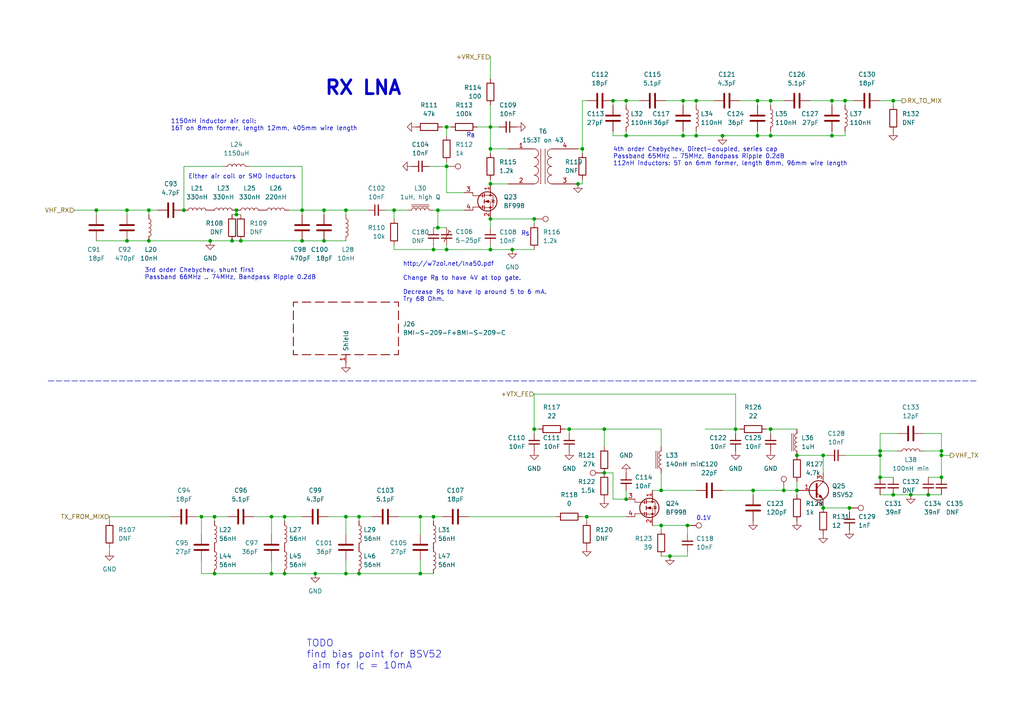
<source format=kicad_sch>
(kicad_sch (version 20211123) (generator eeschema)
  (paper "A4")
  (title_block (title "DART-70 TRX") (date "2023-02-02") (rev "0") (company "HB9EGM") (comment 1 "A 4m Band SSB/CW Transceiver") (comment 2 "VHF Frontend"))
  (junction (at 255.27 138.43))
  (junction (at 255.27 130.81))
  (junction (at 264.16 143.51))
  (junction (at 191.77 142.24))
  (junction (at 104.14 149.86))
  (junction (at 129.54 72.39))
  (junction (at 154.94 124.46))
  (junction (at 241.3 39.37))
  (junction (at 181.61 144.78))
  (junction (at 259.08 143.51))
  (junction (at 273.05 130.81))
  (junction (at 100.33 60.96))
  (junction (at 273.05 138.43))
  (junction (at 125.73 72.39))
  (junction (at 201.93 29.21))
  (junction (at 181.61 29.21))
  (junction (at 67.31 69.85))
  (junction (at 53.34 60.96))
  (junction (at 43.18 69.85))
  (junction (at 129.54 36.83))
  (junction (at 223.52 29.21))
  (junction (at 154.94 63.5))
  (junction (at 62.23 166.37))
  (junction (at 209.55 39.37))
  (junction (at 198.12 29.21))
  (junction (at 148.59 72.39))
  (junction (at 142.24 72.39))
  (junction (at 60.96 69.85))
  (junction (at 142.24 43.18))
  (junction (at 191.77 152.4))
  (junction (at 259.08 29.21))
  (junction (at 168.91 43.18))
  (junction (at 238.76 147.32))
  (junction (at 269.24 143.51))
  (junction (at 127 66.04))
  (junction (at 142.24 63.5))
  (junction (at 255.27 132.08))
  (junction (at 219.71 39.37))
  (junction (at 93.98 69.85))
  (junction (at 121.92 166.37))
  (junction (at 127 60.96))
  (junction (at 199.39 152.4))
  (junction (at 36.83 60.96))
  (junction (at 246.38 147.32))
  (junction (at 227.33 142.24))
  (junction (at 241.3 29.21))
  (junction (at 68.58 62.23))
  (junction (at 213.36 124.46))
  (junction (at 100.33 149.86))
  (junction (at 165.1 124.46))
  (junction (at 273.05 132.08))
  (junction (at 114.3 60.96))
  (junction (at 82.55 149.86))
  (junction (at 36.83 69.85))
  (junction (at 170.18 149.86))
  (junction (at 78.74 149.86))
  (junction (at 231.14 142.24))
  (junction (at 93.98 60.96))
  (junction (at 218.44 142.24))
  (junction (at 129.54 48.26))
  (junction (at 142.24 53.34))
  (junction (at 201.93 39.37))
  (junction (at 104.14 166.37))
  (junction (at 27.94 60.96))
  (junction (at 219.71 29.21))
  (junction (at 231.14 132.08))
  (junction (at 78.74 166.37))
  (junction (at 87.63 69.85))
  (junction (at 223.52 124.46))
  (junction (at 69.85 69.85))
  (junction (at 245.11 29.21))
  (junction (at 198.12 39.37))
  (junction (at 175.26 124.46))
  (junction (at 125.73 149.86))
  (junction (at 87.63 60.96))
  (junction (at 82.55 166.37))
  (junction (at 194.31 161.29))
  (junction (at 181.61 39.37))
  (junction (at 223.52 39.37))
  (junction (at 167.64 53.34))
  (junction (at 68.58 60.96))
  (junction (at 43.18 60.96))
  (junction (at 177.8 29.21))
  (junction (at 142.24 36.83))
  (junction (at 121.92 149.86))
  (junction (at 238.76 132.08))
  (junction (at 62.23 149.86))
  (junction (at 91.44 166.37))
  (junction (at 100.33 166.37))
  (junction (at 58.42 149.86))
  (junction (at 175.26 137.16))
  (wire (pts (xy 67.31 69.85) (xy 69.85 69.85)))
  (wire (pts (xy 181.61 29.21) (xy 181.61 30.48)))
  (wire (pts (xy 147.32 53.34) (xy 142.24 53.34)))
  (wire (pts (xy 219.71 39.37) (xy 219.71 38.1)))
  (wire (pts (xy 121.92 154.94) (xy 121.92 149.86)))
  (wire (pts (xy 93.98 60.96) (xy 93.98 62.23)))
  (wire (pts (xy 36.83 69.85) (xy 43.18 69.85)))
  (wire (pts (xy 213.36 125.73) (xy 213.36 124.46)))
  (wire (pts (xy 31.75 158.75) (xy 31.75 160.02)))
  (wire (pts (xy 154.94 125.73) (xy 154.94 124.46)))
  (wire (pts (xy 58.42 154.94) (xy 58.42 149.86)))
  (wire (pts (xy 273.05 138.43) (xy 269.24 138.43)))
  (wire (pts (xy 255.27 143.51) (xy 259.08 143.51)))
  (wire (pts (xy 238.76 132.08) (xy 240.03 132.08)))
  (wire (pts (xy 246.38 147.32) (xy 238.76 147.32)))
  (wire (pts (xy 82.55 151.13) (xy 82.55 149.86)))
  (wire (pts (xy 218.44 142.24) (xy 218.44 143.51)))
  (wire (pts (xy 255.27 130.81) (xy 255.27 132.08)))
  (wire (pts (xy 57.15 149.86) (xy 58.42 149.86)))
  (wire (pts (xy 31.75 149.86) (xy 49.53 149.86)))
  (wire (pts (xy 148.59 72.39) (xy 142.24 72.39)))
  (wire (pts (xy 223.52 39.37) (xy 241.3 39.37)))
  (wire (pts (xy 246.38 148.59) (xy 246.38 147.32)))
  (wire (pts (xy 177.8 137.16) (xy 177.8 144.78)))
  (wire (pts (xy 60.96 69.85) (xy 67.31 69.85)))
  (wire (pts (xy 27.94 60.96) (xy 36.83 60.96)))
  (wire (pts (xy 154.94 114.3) (xy 213.36 114.3)))
  (wire (pts (xy 125.73 60.96) (xy 127 60.96)))
  (wire (pts (xy 219.71 29.21) (xy 223.52 29.21)))
  (wire (pts (xy 87.63 69.85) (xy 93.98 69.85)))
  (wire (pts (xy 69.85 69.85) (xy 87.63 69.85)))
  (wire (pts (xy 142.24 53.34) (xy 142.24 52.07)))
  (wire (pts (xy 198.12 39.37) (xy 198.12 38.1)))
  (wire (pts (xy 273.05 132.08) (xy 273.05 138.43)))
  (wire (pts (xy 193.04 29.21) (xy 198.12 29.21)))
  (wire (pts (xy 191.77 152.4) (xy 189.23 152.4)))
  (wire (pts (xy 87.63 60.96) (xy 93.98 60.96)))
  (wire (pts (xy 241.3 39.37) (xy 241.3 38.1)))
  (polyline (pts (xy 13.97 110.49) (xy 283.21 110.49)))
  (wire (pts (xy 21.59 60.96) (xy 27.94 60.96)))
  (wire (pts (xy 31.75 151.13) (xy 31.75 149.86)))
  (wire (pts (xy 231.14 139.7) (xy 231.14 142.24)))
  (wire (pts (xy 43.18 69.85) (xy 60.96 69.85)))
  (wire (pts (xy 273.05 130.81) (xy 267.97 130.81)))
  (wire (pts (xy 142.24 63.5) (xy 142.24 66.04)))
  (wire (pts (xy 241.3 29.21) (xy 245.11 29.21)))
  (wire (pts (xy 177.8 144.78) (xy 181.61 144.78)))
  (wire (pts (xy 168.91 52.07) (xy 168.91 53.34)))
  (wire (pts (xy 72.39 48.26) (xy 87.63 48.26)))
  (wire (pts (xy 142.24 16.51) (xy 142.24 22.86)))
  (wire (pts (xy 175.26 124.46) (xy 191.77 124.46)))
  (wire (pts (xy 82.55 166.37) (xy 78.74 166.37)))
  (wire (pts (xy 181.61 29.21) (xy 185.42 29.21)))
  (wire (pts (xy 209.55 39.37) (xy 219.71 39.37)))
  (wire (pts (xy 121.92 162.56) (xy 121.92 166.37)))
  (wire (pts (xy 58.42 149.86) (xy 62.23 149.86)))
  (wire (pts (xy 93.98 69.85) (xy 100.33 69.85)))
  (wire (pts (xy 36.83 60.96) (xy 43.18 60.96)))
  (wire (pts (xy 128.27 36.83) (xy 129.54 36.83)))
  (wire (pts (xy 191.77 142.24) (xy 201.93 142.24)))
  (wire (pts (xy 73.66 149.86) (xy 78.74 149.86)))
  (wire (pts (xy 78.74 149.86) (xy 82.55 149.86)))
  (wire (pts (xy 121.92 149.86) (xy 125.73 149.86)))
  (wire (pts (xy 181.61 39.37) (xy 198.12 39.37)))
  (wire (pts (xy 273.05 130.81) (xy 273.05 132.08)))
  (wire (pts (xy 201.93 30.48) (xy 201.93 29.21)))
  (wire (pts (xy 199.39 160.02) (xy 199.39 161.29)))
  (wire (pts (xy 100.33 60.96) (xy 100.33 62.23)))
  (wire (pts (xy 199.39 161.29) (xy 194.31 161.29)))
  (wire (pts (xy 234.95 29.21) (xy 241.3 29.21)))
  (wire (pts (xy 170.18 29.21) (xy 168.91 29.21)))
  (wire (pts (xy 273.05 125.73) (xy 273.05 130.81)))
  (wire (pts (xy 114.3 72.39) (xy 125.73 72.39)))
  (wire (pts (xy 241.3 30.48) (xy 241.3 29.21)))
  (wire (pts (xy 213.36 124.46) (xy 214.63 124.46)))
  (wire (pts (xy 222.25 124.46) (xy 223.52 124.46)))
  (wire (pts (xy 78.74 162.56) (xy 78.74 166.37)))
  (wire (pts (xy 115.57 149.86) (xy 121.92 149.86)))
  (wire (pts (xy 241.3 39.37) (xy 245.11 39.37)))
  (wire (pts (xy 273.05 125.73) (xy 267.97 125.73)))
  (wire (pts (xy 142.24 72.39) (xy 142.24 71.12)))
  (wire (pts (xy 43.18 60.96) (xy 45.72 60.96)))
  (wire (pts (xy 142.24 36.83) (xy 142.24 30.48)))
  (wire (pts (xy 43.18 60.96) (xy 43.18 62.23)))
  (wire (pts (xy 168.91 53.34) (xy 167.64 53.34)))
  (wire (pts (xy 259.08 29.21) (xy 261.62 29.21)))
  (wire (pts (xy 142.24 44.45) (xy 142.24 43.18)))
  (wire (pts (xy 154.94 124.46) (xy 156.21 124.46)))
  (wire (pts (xy 191.77 161.29) (xy 194.31 161.29)))
  (wire (pts (xy 201.93 39.37) (xy 198.12 39.37)))
  (wire (pts (xy 100.33 154.94) (xy 100.33 149.86)))
  (wire (pts (xy 223.52 29.21) (xy 227.33 29.21)))
  (wire (pts (xy 198.12 30.48) (xy 198.12 29.21)))
  (wire (pts (xy 58.42 166.37) (xy 58.42 162.56)))
  (wire (pts (xy 135.89 149.86) (xy 161.29 149.86)))
  (wire (pts (xy 147.32 43.18) (xy 142.24 43.18)))
  (wire (pts (xy 125.73 72.39) (xy 129.54 72.39)))
  (wire (pts (xy 104.14 151.13) (xy 104.14 149.86)))
  (wire (pts (xy 125.73 66.04) (xy 127 66.04)))
  (wire (pts (xy 167.64 43.18) (xy 168.91 43.18)))
  (wire (pts (xy 68.58 60.96) (xy 68.58 62.23)))
  (wire (pts (xy 58.42 166.37) (xy 62.23 166.37)))
  (wire (pts (xy 165.1 125.73) (xy 165.1 124.46)))
  (wire (pts (xy 198.12 29.21) (xy 201.93 29.21)))
  (wire (pts (xy 213.36 114.3) (xy 213.36 124.46)))
  (wire (pts (xy 125.73 71.12) (xy 125.73 72.39)))
  (wire (pts (xy 154.94 72.39) (xy 148.59 72.39)))
  (wire (pts (xy 62.23 149.86) (xy 62.23 151.13)))
  (wire (pts (xy 129.54 36.83) (xy 129.54 39.37)))
  (wire (pts (xy 154.94 64.77) (xy 154.94 63.5)))
  (wire (pts (xy 255.27 130.81) (xy 260.35 130.81)))
  (wire (pts (xy 201.93 29.21) (xy 207.01 29.21)))
  (wire (pts (xy 125.73 151.13) (xy 125.73 149.86)))
  (wire (pts (xy 114.3 71.12) (xy 114.3 72.39)))
  (wire (pts (xy 177.8 39.37) (xy 181.61 39.37)))
  (wire (pts (xy 245.11 30.48) (xy 245.11 29.21)))
  (wire (pts (xy 168.91 44.45) (xy 168.91 43.18)))
  (wire (pts (xy 177.8 29.21) (xy 181.61 29.21)))
  (wire (pts (xy 259.08 30.48) (xy 259.08 29.21)))
  (wire (pts (xy 223.52 30.48) (xy 223.52 29.21)))
  (wire (pts (xy 104.14 166.37) (xy 121.92 166.37)))
  (wire (pts (xy 127 60.96) (xy 134.62 60.96)))
  (wire (pts (xy 223.52 125.73) (xy 223.52 124.46)))
  (wire (pts (xy 177.8 30.48) (xy 177.8 29.21)))
  (wire (pts (xy 127 66.04) (xy 127 60.96)))
  (wire (pts (xy 191.77 152.4) (xy 191.77 153.67)))
  (wire (pts (xy 201.93 39.37) (xy 209.55 39.37)))
  (wire (pts (xy 124.46 48.26) (xy 129.54 48.26)))
  (wire (pts (xy 100.33 60.96) (xy 106.68 60.96)))
  (wire (pts (xy 273.05 132.08) (xy 275.59 132.08)))
  (wire (pts (xy 245.11 29.21) (xy 247.65 29.21)))
  (wire (pts (xy 114.3 63.5) (xy 114.3 60.96)))
  (wire (pts (xy 62.23 149.86) (xy 66.04 149.86)))
  (wire (pts (xy 165.1 124.46) (xy 175.26 124.46)))
  (wire (pts (xy 91.44 166.37) (xy 100.33 166.37)))
  (wire (pts (xy 168.91 149.86) (xy 170.18 149.86)))
  (wire (pts (xy 129.54 46.99) (xy 129.54 48.26)))
  (wire (pts (xy 245.11 39.37) (xy 245.11 38.1)))
  (wire (pts (xy 121.92 166.37) (xy 125.73 166.37)))
  (wire (pts (xy 100.33 149.86) (xy 104.14 149.86)))
  (wire (pts (xy 130.81 36.83) (xy 129.54 36.83)))
  (wire (pts (xy 238.76 137.16) (xy 238.76 132.08)))
  (wire (pts (xy 95.25 149.86) (xy 100.33 149.86)))
  (wire (pts (xy 175.26 129.54) (xy 175.26 124.46)))
  (wire (pts (xy 201.93 39.37) (xy 201.93 38.1)))
  (wire (pts (xy 53.34 48.26) (xy 53.34 60.96)))
  (wire (pts (xy 255.27 125.73) (xy 255.27 130.81)))
  (wire (pts (xy 209.55 142.24) (xy 218.44 142.24)))
  (wire (pts (xy 219.71 30.48) (xy 219.71 29.21)))
  (wire (pts (xy 264.16 143.51) (xy 269.24 143.51)))
  (wire (pts (xy 191.77 129.54) (xy 191.77 124.46)))
  (wire (pts (xy 231.14 142.24) (xy 231.14 143.51)))
  (wire (pts (xy 104.14 149.86) (xy 107.95 149.86)))
  (wire (pts (xy 170.18 151.13) (xy 170.18 149.86)))
  (wire (pts (xy 27.94 69.85) (xy 36.83 69.85)))
  (wire (pts (xy 125.73 149.86) (xy 128.27 149.86)))
  (wire (pts (xy 82.55 149.86) (xy 87.63 149.86)))
  (wire (pts (xy 255.27 125.73) (xy 260.35 125.73)))
  (wire (pts (xy 64.77 48.26) (xy 53.34 48.26)))
  (wire (pts (xy 181.61 39.37) (xy 181.61 38.1)))
  (wire (pts (xy 227.33 142.24) (xy 231.14 142.24)))
  (wire (pts (xy 181.61 144.78) (xy 181.61 142.24)))
  (wire (pts (xy 154.94 63.5) (xy 142.24 63.5)))
  (wire (pts (xy 259.08 143.51) (xy 264.16 143.51)))
  (wire (pts (xy 87.63 48.26) (xy 87.63 60.96)))
  (wire (pts (xy 87.63 60.96) (xy 87.63 62.23)))
  (wire (pts (xy 214.63 29.21) (xy 219.71 29.21)))
  (wire (pts (xy 36.83 60.96) (xy 36.83 62.23)))
  (wire (pts (xy 223.52 39.37) (xy 223.52 38.1)))
  (wire (pts (xy 83.82 60.96) (xy 87.63 60.96)))
  (wire (pts (xy 245.11 132.08) (xy 255.27 132.08)))
  (wire (pts (xy 199.39 154.94) (xy 199.39 152.4)))
  (wire (pts (xy 255.27 138.43) (xy 259.08 138.43)))
  (wire (pts (xy 191.77 137.16) (xy 191.77 142.24)))
  (wire (pts (xy 189.23 142.24) (xy 191.77 142.24)))
  (wire (pts (xy 129.54 72.39) (xy 142.24 72.39)))
  (wire (pts (xy 218.44 142.24) (xy 227.33 142.24)))
  (wire (pts (xy 238.76 132.08) (xy 231.14 132.08)))
  (wire (pts (xy 78.74 154.94) (xy 78.74 149.86)))
  (wire (pts (xy 27.94 60.96) (xy 27.94 62.23)))
  (wire (pts (xy 255.27 29.21) (xy 259.08 29.21)))
  (wire (pts (xy 175.26 137.16) (xy 177.8 137.16)))
  (wire (pts (xy 142.24 36.83) (xy 144.78 36.83)))
  (wire (pts (xy 138.43 36.83) (xy 142.24 36.83)))
  (wire (pts (xy 204.47 124.46) (xy 213.36 124.46)))
  (wire (pts (xy 68.58 62.23) (xy 69.85 62.23)))
  (wire (pts (xy 168.91 29.21) (xy 168.91 43.18)))
  (wire (pts (xy 177.8 39.37) (xy 177.8 38.1)))
  (wire (pts (xy 129.54 55.88) (xy 134.62 55.88)))
  (wire (pts (xy 163.83 124.46) (xy 165.1 124.46)))
  (wire (pts (xy 111.76 60.96) (xy 114.3 60.96)))
  (wire (pts (xy 129.54 48.26) (xy 129.54 55.88)))
  (wire (pts (xy 129.54 66.04) (xy 127 66.04)))
  (wire (pts (xy 219.71 39.37) (xy 223.52 39.37)))
  (wire (pts (xy 170.18 149.86) (xy 181.61 149.86)))
  (wire (pts (xy 129.54 71.12) (xy 129.54 72.39)))
  (wire (pts (xy 100.33 166.37) (xy 104.14 166.37)))
  (wire (pts (xy 62.23 166.37) (xy 78.74 166.37)))
  (wire (pts (xy 114.3 60.96) (xy 118.11 60.96)))
  (wire (pts (xy 223.52 124.46) (xy 231.14 124.46)))
  (wire (pts (xy 142.24 43.18) (xy 142.24 36.83)))
  (wire (pts (xy 199.39 152.4) (xy 191.77 152.4)))
  (wire (pts (xy 269.24 143.51) (xy 273.05 143.51)))
  (wire (pts (xy 100.33 162.56) (xy 100.33 166.37)))
  (wire (pts (xy 255.27 132.08) (xy 255.27 138.43)))
  (wire (pts (xy 154.94 114.3) (xy 154.94 124.46)))
  (wire (pts (xy 67.31 62.23) (xy 68.58 62.23)))
  (wire (pts (xy 82.55 166.37) (xy 91.44 166.37)))
  (wire (pts (xy 93.98 60.96) (xy 100.33 60.96)))
  (text "R_{B}" (at 135.255 40.005 0) (effects (font (size 1.27 1.27)) (justify left bottom)))
  (text "R_{S}" (at 151.13 68.58 0) (effects (font (size 1.27 1.27)) (justify left bottom)))
  (text "RX LNA" (at 93.98 27.94 0) (effects (font (size 4 4) (thickness 0.8) bold) (justify left bottom)))
  (text "Either air coil or SMD inductors" (at 54.61 52.07 0) (effects (font (size 1.27 1.27)) (justify left bottom)))
  (text "TODO\nfind bias point for BSV52\n aim for I_{C} = 10mA" (at 88.9 194.31 0) (effects (font (size 2 2)) (justify left bottom)))
  (text "http://w7zoi.net/lna50.pdf\n\nChange R_{B} to have 4V at top gate.\n\nDecrease R_{S} to have I_{D} around 5 to 6 mA.\nTry 68 Ohm." (at 116.84 87.63 0) (effects (font (size 1.27 1.27)) (justify left bottom)))
  (text "4th order Chebychev, Direct-coupled, series cap\nPassband 65MHz .. 75MHz, Bandpass Ripple 0.2dB\n112nH inductors: 5T on 6mm former, length 8mm, 96mm wire length" (at 177.8 48.26 0) (effects (font (size 1.27 1.27)) (justify left bottom)))
  (text "1150nH inductor air coil:\n16T on 8mm former, length 12mm, 405mm wire length" (at 49.53 38.1 0) (effects (font (size 1.27 1.27)) (justify left bottom)))
  (text "0.1V" (at 201.93 151.13 0) (effects (font (size 1.27 1.27)) (justify left bottom)))
  (text "3rd order Chebychev, shunt first\nPassband 66MHz .. 74MHz, Bandpass Ripple 0.2dB" (at 41.91 81.28 0) (effects (font (size 1.27 1.27)) (justify left bottom)))
  (hierarchical_label "+VTX_FE" (shape input) (at 154.94 114.3 180))
  (hierarchical_label "+VRX_FE" (shape input) (at 142.24 16.51 180))
  (hierarchical_label "VHF_RX" (shape input) (at 21.59 60.96 180))
  (hierarchical_label "VHF_TX" (shape output) (at 275.59 132.08 0))
  (hierarchical_label "TX_FROM_MIX" (shape input) (at 31.75 149.86 180))
  (hierarchical_label "RX_TO_MIX" (shape output) (at 261.62 29.21 0))
  (symbol (lib_id "Device:C_Small") (at 121.92 48.26 90) (unit 1)
    (property "Reference" "C104" (at 121.9263 41.91 90))
    (property "Value" "10nF" (at 121.9263 44.45 90))
    (property "Footprint" "Capacitor_SMD:C_0805_2012Metric_Pad1.18x1.45mm_HandSolder" (effects hide))
    (property "MPN" "VJ0805A103KXJTBC" (effects hide))
    (property "Need_order" "0" (effects hide))
  )
  (symbol (lib_id "Device:R") (at 231.14 135.89 0) (mirror y) (unit 1)
    (property "Reference" "R127" (at 233.68 134.6199 0) (effects (justify right)))
    (property "Value" "4.7k" (at 233.68 137.1599 0) (effects (justify right)))
    (property "Footprint" "Resistor_SMD:R_0603_1608Metric_Pad0.98x0.95mm_HandSolder" (effects hide))
    (property "Need_order" "0" (effects hide))
  )
  (symbol (lib_id "Device:C_Small") (at 223.52 128.27 0) (mirror x) (unit 1)
    (property "Reference" "C125" (at 220.98 126.9935 0) (effects (justify right)))
    (property "Value" "10nF" (at 220.98 129.5335 0) (effects (justify right)))
    (property "Footprint" "Capacitor_SMD:C_0805_2012Metric_Pad1.18x1.45mm_HandSolder" (effects hide))
    (property "MPN" "VJ0805A103KXJTBC" (effects hide))
    (property "Need_order" "0" (effects hide))
  )
  (symbol (lib_id "Device:C_Small") (at 269.24 140.97 0) (mirror y) (unit 1)
    (property "Reference" "C134" (at 267.97 146.05 0) (effects (justify right)))
    (property "Value" "39nF" (at 267.97 148.59 0) (effects (justify right)))
    (property "Footprint" "Capacitor_SMD:C_0805_2012Metric_Pad1.18x1.45mm_HandSolder" (effects hide))
    (property "Need_order" "0" (effects hide))
  )
  (symbol (lib_id "Device:C") (at 173.99 29.21 90) (unit 1)
    (property "Reference" "C112" (at 173.99 21.59 90))
    (property "Value" "18pF" (at 173.99 24.13 90))
    (property "Footprint" "Capacitor_SMD:C_0603_1608Metric_Pad1.08x0.95mm_HandSolder" (effects hide))
    (property "Datasheet" "/home/bram/Sync/Doc/Datasheet/CBR KEMET capacitors.pdf" (effects hide))
    (property "MPN" "CBR" (effects hide))
    (property "Need_order" "0" (effects hide))
  )
  (symbol (lib_id "Connector:TestPoint") (at 199.39 152.4 270) (unit 1)
    (property "Reference" "TP8" (effects hide))
    (property "Value" "VG" (effects hide))
    (property "Footprint" "TestPoint:TestPoint_Pad_D2.0mm" (effects hide))
  )
  (symbol (lib_id "Device:C") (at 100.33 158.75 180) (unit 1)
    (property "Reference" "C101" (at 96.52 157.4799 0) (effects (justify left)))
    (property "Value" "36pF" (at 96.52 160.0199 0) (effects (justify left)))
    (property "Footprint" "Capacitor_SMD:C_0603_1608Metric_Pad1.08x0.95mm_HandSolder" (effects hide))
    (property "Datasheet" "/home/bram/Sync/Doc/Datasheet/CBR KEMET capacitors.pdf" (effects hide))
    (property "MPN" "CBR" (effects hide))
    (property "Need_order" "0" (effects hide))
  )
  (symbol (lib_id "Device:C") (at 205.74 142.24 90) (unit 1)
    (property "Reference" "C120" (at 205.74 134.62 90))
    (property "Value" "22pF" (at 205.74 137.16 90))
    (property "Footprint" "Capacitor_SMD:C_0603_1608Metric_Pad1.08x0.95mm_HandSolder" (effects hide))
    (property "Datasheet" "/home/bram/Sync/Doc/Datasheet/CBR KEMET capacitors.pdf" (effects hide))
    (property "MPN" "CBR" (effects hide))
    (property "Need_order" "0" (effects hide))
  )
  (symbol (lib_id "Device:R") (at 67.31 66.04 0) (unit 1)
    (property "Reference" "R108" (at 64.77 64.7699 0) (effects (justify right)))
    (property "Value" "DNF" (at 64.77 67.3099 0) (effects (justify right)))
    (property "Footprint" "Resistor_SMD:R_0805_2012Metric_Pad1.20x1.40mm_HandSolder" (effects hide))
    (property "Need_order" "0" (effects hide))
  )
  (symbol (lib_id "power:GND") (at 154.94 130.81 0) (mirror y) (unit 1)
    (property "Reference" "#PWR0164" (effects hide))
    (property "Value" "GND" (at 154.94 135.89 0))
  )
  (symbol (lib_id "Device:C") (at 241.3 34.29 180) (unit 1)
    (property "Reference" "C127" (at 237.49 33.0199 0) (effects (justify left)))
    (property "Value" "27pF" (at 237.49 35.5599 0) (effects (justify left)))
    (property "Footprint" "Capacitor_SMD:C_0603_1608Metric_Pad1.08x0.95mm_HandSolder" (effects hide))
    (property "Datasheet" "/home/bram/Sync/Doc/Datasheet/CBR KEMET capacitors.pdf" (effects hide))
    (property "MPN" "CBR" (effects hide))
    (property "Need_order" "0" (effects hide))
  )
  (symbol (lib_id "power:GND") (at 238.76 154.94 0) (unit 1)
    (property "Reference" "#PWR0177" (effects hide))
    (property "Value" "GND" (effects hide))
  )
  (symbol (lib_id "Device:R") (at 175.26 133.35 0) (mirror x) (unit 1)
    (property "Reference" "R121" (at 172.72 132.0799 0) (effects (justify right)))
    (property "Value" "27k" (at 172.72 134.6199 0) (effects (justify right)))
    (property "Footprint" "Resistor_SMD:R_0603_1608Metric_Pad0.98x0.95mm_HandSolder" (effects hide))
    (property "Need_order" "0" (effects hide))
  )
  (symbol (lib_id "Device:R") (at 129.54 43.18 0) (unit 1)
    (property "Reference" "R112" (at 132.08 41.9099 0) (effects (justify left)))
    (property "Value" "1k" (at 132.08 44.4499 0) (effects (justify left)))
    (property "Footprint" "Resistor_SMD:R_0603_1608Metric_Pad0.98x0.95mm_HandSolder" (effects hide))
    (property "Need_order" "0" (effects hide))
  )
  (symbol (lib_id "Connector:TestPoint") (at 227.33 142.24 0) (unit 1)
    (property "Reference" "TP9" (effects hide))
    (property "Value" "VG" (effects hide))
    (property "Footprint" "TestPoint:TestPoint_Pad_D2.0mm" (effects hide))
  )
  (symbol (lib_id "Device:L") (at 245.11 34.29 0) (unit 1)
    (property "Reference" "L37" (at 246.38 33.0199 0) (effects (justify left)))
    (property "Value" "110nH" (at 246.38 35.5599 0) (effects (justify left)))
    (property "Footprint" "mpb:AirCoil-8mm-or-2-series-1008" (effects hide))
    (property "MPN" "2x LQW2UASR56" (effects hide))
    (property "Need_order" "1" (effects hide))
  )
  (symbol (lib_id "power:GND") (at 167.64 53.34 0) (unit 1)
    (property "Reference" "#PWR0166" (effects hide))
    (property "Value" "GND" (effects hide))
  )
  (symbol (lib_id "Device:C") (at 111.76 149.86 270) (unit 1)
    (property "Reference" "C103" (at 111.76 142.24 90))
    (property "Value" "5.1pF" (at 111.76 144.78 90))
    (property "Footprint" "Capacitor_SMD:C_0603_1608Metric_Pad1.08x0.95mm_HandSolder" (effects hide))
    (property "Datasheet" "/home/bram/Sync/Doc/Datasheet/CBR KEMET capacitors.pdf" (effects hide))
    (property "MPN" "CBR" (effects hide))
    (property "Need_order" "0" (effects hide))
  )
  (symbol (lib_id "Device:C_Small") (at 181.61 139.7 0) (mirror y) (unit 1)
    (property "Reference" "C114" (at 184.15 138.4362 0) (effects (justify right)))
    (property "Value" "10nF" (at 184.15 140.9762 0) (effects (justify right)))
    (property "Footprint" "Capacitor_SMD:C_0805_2012Metric_Pad1.18x1.45mm_HandSolder" (effects hide))
    (property "MPN" "VJ0805A103KXJTBC" (effects hide))
    (property "Need_order" "0" (effects hide))
  )
  (symbol (lib_id "Connector:TestPoint") (at 246.38 147.32 270) (unit 1)
    (property "Reference" "TP10" (effects hide))
    (property "Value" "VG" (effects hide))
    (property "Footprint" "TestPoint:TestPoint_Pad_D2.0mm" (effects hide))
  )
  (symbol (lib_id "Device:C") (at 189.23 29.21 90) (unit 1)
    (property "Reference" "C115" (at 189.23 21.59 90))
    (property "Value" "5.1pF" (at 189.23 24.13 90))
    (property "Footprint" "Capacitor_SMD:C_0603_1608Metric_Pad1.08x0.95mm_HandSolder" (effects hide))
    (property "Datasheet" "/home/bram/Sync/Doc/Datasheet/CBR KEMET capacitors.pdf" (effects hide))
    (property "MPN" "CBR" (effects hide))
    (property "Need_order" "0" (effects hide))
  )
  (symbol (lib_id "Device:R") (at 231.14 147.32 0) (mirror y) (unit 1)
    (property "Reference" "R128" (at 233.68 146.0499 0) (effects (justify right)))
    (property "Value" "1k" (at 233.68 148.5899 0) (effects (justify right)))
    (property "Footprint" "Resistor_SMD:R_0603_1608Metric_Pad0.98x0.95mm_HandSolder" (effects hide))
    (property "Need_order" "0" (effects hide))
  )
  (symbol (lib_id "Connector:TestPoint") (at 154.94 63.5 270) (unit 1)
    (property "Reference" "TP6" (effects hide))
    (property "Value" "VG" (effects hide))
    (property "Footprint" "TestPoint:TestPoint_Pad_D2.0mm" (effects hide))
  )
  (symbol (lib_id "Device:L") (at 57.15 60.96 90) (unit 1)
    (property "Reference" "L21" (at 57.15 54.61 90))
    (property "Value" "330nH" (at 57.15 57.15 90))
    (property "Footprint" "Inductor_SMD:L_0805_2012Metric_Pad1.15x1.40mm_HandSolder" (effects hide))
    (property "MPN" "LQW2BASR33G00L" (effects hide))
    (property "Need_order" "0" (effects hide))
  )
  (symbol (lib_id "Device:C") (at 264.16 125.73 90) (unit 1)
    (property "Reference" "C133" (at 264.16 118.11 90))
    (property "Value" "12pF" (at 264.16 120.65 90))
    (property "Footprint" "Capacitor_SMD:C_0603_1608Metric_Pad1.08x0.95mm_HandSolder" (effects hide))
    (property "Datasheet" "/home/bram/Sync/Doc/Datasheet/CBR KEMET capacitors.pdf" (effects hide))
    (property "MPN" "CBR" (effects hide))
    (property "Need_order" "0" (effects hide))
  )
  (symbol (lib_id "Connector:TestPoint") (at 175.26 137.16 90) (unit 1)
    (property "Reference" "TP7" (effects hide))
    (property "Value" "VG" (effects hide))
    (property "Footprint" "TestPoint:TestPoint_Pad_D2.0mm" (effects hide))
  )
  (symbol (lib_id "Device:L") (at 125.73 162.56 0) (unit 1)
    (property "Reference" "L47" (at 127 161.2899 0) (effects (justify left)))
    (property "Value" "56nH" (at 127 163.8299 0) (effects (justify left)))
    (property "Footprint" "Inductor_SMD:L_1008_2520Metric_Pad1.43x2.20mm_HandSolder" (effects hide))
    (property "MPN" "LQW2UASR56" (effects hide))
    (property "Need_order" "1" (effects hide))
  )
  (symbol (lib_id "Device:C") (at 91.44 149.86 270) (unit 1)
    (property "Reference" "C99" (at 91.44 142.24 90))
    (property "Value" "4.3pF" (at 91.44 144.78 90))
    (property "Footprint" "Capacitor_SMD:C_0603_1608Metric_Pad1.08x0.95mm_HandSolder" (effects hide))
    (property "Datasheet" "/home/bram/Sync/Doc/Datasheet/CBR KEMET capacitors.pdf" (effects hide))
    (property "MPN" "CBR" (effects hide))
    (property "Need_order" "0" (effects hide))
  )
  (symbol (lib_id "Device:C") (at 219.71 34.29 180) (unit 1)
    (property "Reference" "C124" (at 215.9 33.0199 0) (effects (justify left)))
    (property "Value" "36pF" (at 215.9 35.5599 0) (effects (justify left)))
    (property "Footprint" "Capacitor_SMD:C_0603_1608Metric_Pad1.08x0.95mm_HandSolder" (effects hide))
    (property "Datasheet" "/home/bram/Sync/Doc/Datasheet/CBR KEMET capacitors.pdf" (effects hide))
    (property "MPN" "CBR" (effects hide))
    (property "Need_order" "0" (effects hide))
  )
  (symbol (lib_id "Device:L") (at 72.39 60.96 90) (unit 1)
    (property "Reference" "L25" (at 72.39 54.61 90))
    (property "Value" "330nH" (at 72.39 57.15 90))
    (property "Footprint" "Inductor_SMD:L_0805_2012Metric_Pad1.15x1.40mm_HandSolder" (effects hide))
    (property "MPN" "LQW2BASR33G00L" (effects hide))
    (property "Need_order" "0" (effects hide))
  )
  (symbol (lib_id "Device:R") (at 165.1 149.86 270) (unit 1)
    (property "Reference" "R118" (at 165.1 143.51 90))
    (property "Value" "0" (at 165.1 146.05 90))
    (property "Footprint" "Resistor_SMD:R_0603_1608Metric_Pad0.98x0.95mm_HandSolder" (effects hide))
    (property "Need_order" "0" (effects hide))
  )
  (symbol (lib_id "power:GND") (at 120.65 36.83 270) (unit 1)
    (property "Reference" "#PWR0161" (effects hide))
    (property "Value" "GND" (effects hide))
  )
  (symbol (lib_id "Device:C_Small") (at 242.57 132.08 270) (mirror x) (unit 1)
    (property "Reference" "C128" (at 242.5636 125.73 90))
    (property "Value" "10nF" (at 242.5636 128.27 90))
    (property "Footprint" "Capacitor_SMD:C_0805_2012Metric_Pad1.18x1.45mm_HandSolder" (effects hide))
    (property "MPN" "VJ0805A103KXJTBC" (effects hide))
    (property "Need_order" "0" (effects hide))
  )
  (symbol (lib_id "power:GND") (at 259.08 38.1 0) (unit 1)
    (property "Reference" "#PWR0180" (effects hide))
    (property "Value" "GND" (effects hide))
  )
  (symbol (lib_id "Device:C") (at 53.34 149.86 90) (unit 1)
    (property "Reference" "C94" (at 53.34 142.24 90))
    (property "Value" "18pF" (at 53.34 144.78 90))
    (property "Footprint" "Capacitor_SMD:C_0603_1608Metric_Pad1.08x0.95mm_HandSolder" (effects hide))
    (property "Datasheet" "/home/bram/Sync/Doc/Datasheet/CBR KEMET capacitors.pdf" (effects hide))
    (property "MPN" "CBR" (effects hide))
    (property "Need_order" "0" (effects hide))
  )
  (symbol (lib_id "power:GND") (at 170.18 158.75 0) (unit 1)
    (property "Reference" "#PWR0167" (effects hide))
    (property "Value" "GND" (effects hide))
  )
  (symbol (lib_id "Device:L") (at 62.23 154.94 0) (unit 1)
    (property "Reference" "L22" (at 63.5 153.6699 0) (effects (justify left)))
    (property "Value" "56nH" (at 63.5 156.2099 0) (effects (justify left)))
    (property "Footprint" "Inductor_SMD:L_1008_2520Metric_Pad1.43x2.20mm_HandSolder" (effects hide))
    (property "MPN" "LQW2UASR56" (effects hide))
    (property "Need_order" "1" (effects hide))
  )
  (symbol (lib_id "Device:C_Small") (at 259.08 140.97 0) (mirror y) (unit 1)
    (property "Reference" "C132" (at 261.62 139.7062 0) (effects (justify right)))
    (property "Value" "DNF" (at 261.62 142.2462 0) (effects (justify right)))
    (property "Footprint" "Capacitor_SMD:C_0805_2012Metric_Pad1.18x1.45mm_HandSolder" (effects hide))
    (property "Need_order" "0" (effects hide))
  )
  (symbol (lib_id "power:GND") (at 231.14 151.13 0) (unit 1)
    (property "Reference" "#PWR0176" (effects hide))
    (property "Value" "GND" (effects hide))
  )
  (symbol (lib_id "Device:R") (at 154.94 68.58 0) (unit 1)
    (property "Reference" "R116" (at 157.48 67.3099 0) (effects (justify left)))
    (property "Value" "1.2k" (at 157.48 69.8499 0) (effects (justify left)))
    (property "Footprint" "Resistor_SMD:R_0603_1608Metric_Pad0.98x0.95mm_HandSolder" (effects hide))
    (property "Need_order" "0" (effects hide))
  )
  (symbol (lib_id "Device:C") (at 251.46 29.21 90) (unit 1)
    (property "Reference" "C130" (at 251.46 21.59 90))
    (property "Value" "18pF" (at 251.46 24.13 90))
    (property "Footprint" "Capacitor_SMD:C_0603_1608Metric_Pad1.08x0.95mm_HandSolder" (effects hide))
    (property "Datasheet" "/home/bram/Sync/Doc/Datasheet/CBR KEMET capacitors.pdf" (effects hide))
    (property "MPN" "CBR" (effects hide))
    (property "Need_order" "0" (effects hide))
  )
  (symbol (lib_id "Device:C_Small") (at 142.24 68.58 0) (unit 1)
    (property "Reference" "C108" (at 144.78 67.3162 0) (effects (justify left)))
    (property "Value" "10nF" (at 144.78 69.8562 0) (effects (justify left)))
    (property "Footprint" "Capacitor_SMD:C_0805_2012Metric_Pad1.18x1.45mm_HandSolder" (effects hide))
    (property "MPN" "VJ0805A103KXJTBC" (effects hide))
    (property "Need_order" "0" (effects hide))
  )
  (symbol (lib_id "Device:R") (at 69.85 66.04 0) (unit 1)
    (property "Reference" "R109" (at 72.39 64.7699 0) (effects (justify left)))
    (property "Value" "DNF" (at 72.39 67.3099 0) (effects (justify left)))
    (property "Footprint" "Resistor_SMD:R_0805_2012Metric_Pad1.20x1.40mm_HandSolder" (effects hide))
    (property "Need_order" "0" (effects hide))
  )
  (symbol (lib_id "mpb:BF998") (at 186.69 147.32 0) (unit 1)
    (property "Reference" "Q24" (at 193.04 146.0499 0) (effects (justify left)))
    (property "Value" "BF998" (at 193.04 148.5899 0) (effects (justify left)))
    (property "Footprint" "Package_TO_SOT_SMD:SOT-143" (effects hide))
    (property "Datasheet" "/home/bram/Sync/Doc/Datasheet/BF998.pdf" (effects hide))
    (property "MPN" "BF998E6327HTSA1" (effects hide))
    (property "Need_order" "0" (effects hide))
  )
  (symbol (lib_id "Transistor_BJT:MMBT3904") (at 236.22 142.24 0) (unit 1)
    (property "Reference" "Q25" (at 241.3 140.9699 0) (effects (justify left)))
    (property "Value" "BSV52" (at 241.3 143.5099 0) (effects (justify left)))
    (property "Footprint" "Package_TO_SOT_SMD:SOT-23" (effects hide))
    (property "Datasheet" "/home/bram/Sync/Doc/Datasheet/BSV52LT1_D-1803134.pdf" (effects hide))
    (property "MPN" "BSV52LT1G" (effects hide))
    (property "Need_order" "0" (effects hide))
  )
  (symbol (lib_id "Device:C") (at 177.8 34.29 180) (unit 1)
    (property "Reference" "C113" (at 170.18 33.02 0) (effects (justify right)))
    (property "Value" "27pF" (at 170.18 35.56 0) (effects (justify right)))
    (property "Footprint" "Capacitor_SMD:C_0603_1608Metric_Pad1.08x0.95mm_HandSolder" (effects hide))
    (property "Datasheet" "/home/bram/Sync/Doc/Datasheet/CBR KEMET capacitors.pdf" (effects hide))
    (property "MPN" "CBR" (effects hide))
    (property "Need_order" "0" (effects hide))
  )
  (symbol (lib_id "power:GND") (at 246.38 153.67 0) (unit 1)
    (property "Reference" "#PWR0179" (effects hide))
    (property "Value" "GND" (effects hide))
  )
  (symbol (lib_id "power:GND") (at 175.26 144.78 0) (mirror y) (unit 1)
    (property "Reference" "#PWR0168" (effects hide))
    (property "Value" "GND" (effects hide))
  )
  (symbol (lib_id "Device:C") (at 218.44 147.32 180) (unit 1)
    (property "Reference" "C123" (at 222.25 146.0499 0) (effects (justify right)))
    (property "Value" "120pF" (at 222.25 148.5899 0) (effects (justify right)))
    (property "Footprint" "Capacitor_SMD:C_0805_2012Metric_Pad1.18x1.45mm_HandSolder" (effects hide))
    (property "MPN" "VJ0805A121GXXPBC" (effects hide))
    (property "Need_order" "0" (effects hide))
  )
  (symbol (lib_id "Device:C_Trim_Small") (at 129.54 68.58 0) (unit 1)
    (property "Reference" "C106" (at 132.08 67.1829 0) (effects (justify left)))
    (property "Value" "5-25pF" (at 132.08 69.7229 0) (effects (justify left)))
    (property "Footprint" "mpb:C_Trimmer_Voltronics_JZ" (effects hide))
    (property "MPN" "JZ-300" (effects hide))
    (property "Need_order" "0" (effects hide))
  )
  (symbol (lib_id "Device:L") (at 100.33 66.04 0) (unit 1)
    (property "Reference" "L28" (at 99.06 72.39 0) (effects (justify left)))
    (property "Value" "10nH" (at 97.79 74.93 0) (effects (justify left)))
    (property "Footprint" "Inductor_SMD:L_0805_2012Metric_Pad1.15x1.40mm_HandSolder" (effects hide))
    (property "MPN" "LQW18AS10NJ00D" (effects hide))
    (property "Need_order" "0" (effects hide))
  )
  (symbol (lib_id "power:GND") (at 213.36 130.81 0) (mirror y) (unit 1)
    (property "Reference" "#PWR0173" (effects hide))
    (property "Value" "GND" (at 213.36 135.89 0))
  )
  (symbol (lib_id "Device:R") (at 124.46 36.83 90) (unit 1)
    (property "Reference" "R111" (at 124.46 30.48 90))
    (property "Value" "47k" (at 124.46 33.02 90))
    (property "Footprint" "Resistor_SMD:R_0603_1608Metric_Pad0.98x0.95mm_HandSolder" (effects hide))
    (property "Need_order" "0" (effects hide))
  )
  (symbol (lib_id "power:GND") (at 209.55 39.37 0) (unit 1)
    (property "Reference" "#PWR0172" (effects hide))
    (property "Value" "GND" (effects hide))
  )
  (symbol (lib_id "Device:C") (at 36.83 66.04 180) (unit 1)
    (property "Reference" "C92" (at 38.1 72.39 0) (effects (justify left)))
    (property "Value" "470pF" (at 39.37 74.93 0) (effects (justify left)))
    (property "Footprint" "Capacitor_SMD:C_0805_2012Metric_Pad1.18x1.45mm_HandSolder" (effects hide))
    (property "Datasheet" "/home/bram/Sync/Doc/Datasheet/08051Axxx kyocera avx capacitor.pdf" (effects hide))
    (property "MPN" "08051A471GAT2A" (effects hide))
    (property "Need_order" "1" (effects hide))
  )
  (symbol (lib_id "Device:L") (at 80.01 60.96 90) (unit 1)
    (property "Reference" "L26" (at 80.01 54.61 90))
    (property "Value" "220nH" (at 80.01 57.15 90))
    (property "Footprint" "Inductor_SMD:L_0805_2012Metric_Pad1.15x1.40mm_HandSolder" (effects hide))
    (property "MPN" "LQW2BASR22J00L" (effects hide))
    (property "Need_order" "0" (effects hide))
  )
  (symbol (lib_id "Device:L") (at 264.16 130.81 90) (unit 1)
    (property "Reference" "L38" (at 264.16 133.35 90))
    (property "Value" "100nH min" (at 264.16 135.89 90))
    (property "Footprint" "mpb:AirCoil-8mm-or-2-series-1008" (effects hide))
    (property "Description" "NEOSID 00 5261 00 originally, 115nH minimum" (effects hide))
    (property "Need_order" "0" (effects hide))
  )
  (symbol (lib_id "Device:C_Small") (at 165.1 128.27 0) (mirror x) (unit 1)
    (property "Reference" "C111" (at 162.56 126.9935 0) (effects (justify right)))
    (property "Value" "10nF" (at 162.56 129.5335 0) (effects (justify right)))
    (property "Footprint" "Capacitor_SMD:C_0805_2012Metric_Pad1.18x1.45mm_HandSolder" (effects hide))
    (property "MPN" "VJ0805A103KXJTBC" (effects hide))
    (property "Need_order" "0" (effects hide))
  )
  (symbol (lib_id "Device:R") (at 160.02 124.46 270) (mirror x) (unit 1)
    (property "Reference" "R117" (at 160.02 118.11 90))
    (property "Value" "22" (at 160.02 120.65 90))
    (property "Footprint" "Resistor_SMD:R_0603_1608Metric_Pad0.98x0.95mm_HandSolder" (effects hide))
    (property "Need_order" "0" (effects hide))
  )
  (symbol (lib_id "Device:C_Small") (at 125.73 68.58 0) (mirror y) (unit 1)
    (property "Reference" "C180" (at 119.38 67.31 0) (effects (justify right)))
    (property "Value" "DNF" (at 119.38 69.85 0) (effects (justify right)))
    (property "Footprint" "Capacitor_SMD:C_0805_2012Metric_Pad1.18x1.45mm_HandSolder" (effects hide))
    (property "Need_order" "0" (effects hide))
  )
  (symbol (lib_id "Device:C") (at 231.14 29.21 270) (unit 1)
    (property "Reference" "C126" (at 231.14 21.59 90))
    (property "Value" "5.1pF" (at 231.14 24.13 90))
    (property "Footprint" "Capacitor_SMD:C_0603_1608Metric_Pad1.08x0.95mm_HandSolder" (effects hide))
    (property "Datasheet" "/home/bram/Sync/Doc/Datasheet/CBR KEMET capacitors.pdf" (effects hide))
    (property "MPN" "CBR" (effects hide))
    (property "Need_order" "0" (effects hide))
  )
  (symbol (lib_id "power:GND") (at 100.33 105.41 0) (mirror y) (unit 1)
    (property "Reference" "#PWR0159" (effects hide))
    (property "Value" "GND" (effects hide))
  )
  (symbol (lib_id "Connector:TestPoint") (at 129.54 48.26 270) (unit 1)
    (property "Reference" "TP5" (effects hide))
    (property "Value" "VG" (effects hide))
    (property "Footprint" "TestPoint:TestPoint_Pad_D2.0mm" (effects hide))
    (property "Need_order" "0" (effects hide))
  )
  (symbol (lib_id "Device:Transformer_1P_1S") (at 157.48 48.26 0) (unit 1)
    (property "Reference" "T6" (at 157.4927 38.1 0))
    (property "Value" "15:3T on 43" (at 157.4927 40.64 0))
    (property "Footprint" "mpb:four_4mm_pads_narrow" (effects hide))
    (property "Need_order" "0" (effects hide))
  )
  (symbol (lib_id "Device:C") (at 27.94 66.04 180) (unit 1)
    (property "Reference" "C91" (at 29.21 72.39 0) (effects (justify left)))
    (property "Value" "18pF" (at 30.48 74.93 0) (effects (justify left)))
    (property "Footprint" "Capacitor_SMD:C_0603_1608Metric_Pad1.08x0.95mm_HandSolder" (effects hide))
    (property "Datasheet" "/home/bram/Sync/Doc/Datasheet/CBR KEMET capacitors.pdf" (effects hide))
    (property "MPN" "CBR" (effects hide))
    (property "Need_order" "0" (effects hide))
  )
  (symbol (lib_id "Device:R") (at 142.24 48.26 0) (unit 1)
    (property "Reference" "R115" (at 144.78 46.9899 0) (effects (justify left)))
    (property "Value" "1.2k" (at 144.78 49.5299 0) (effects (justify left)))
    (property "Footprint" "Resistor_SMD:R_0603_1608Metric_Pad0.98x0.95mm_HandSolder" (effects hide))
    (property "Need_order" "0" (effects hide))
  )
  (symbol (lib_id "power:GND") (at 60.96 69.85 0) (unit 1)
    (property "Reference" "#PWR0236" (effects hide))
    (property "Value" "GND" (at 60.96 74.93 0))
  )
  (symbol (lib_id "Device:C") (at 93.98 66.04 180) (unit 1)
    (property "Reference" "C100" (at 95.25 72.39 0) (effects (justify left)))
    (property "Value" "18pF" (at 96.52 74.93 0) (effects (justify left)))
    (property "Footprint" "Capacitor_SMD:C_0603_1608Metric_Pad1.08x0.95mm_HandSolder" (effects hide))
    (property "Datasheet" "/home/bram/Sync/Doc/Datasheet/CBR KEMET capacitors.pdf" (effects hide))
    (property "MPN" "CBR" (effects hide))
    (property "Need_order" "0" (effects hide))
  )
  (symbol (lib_id "Device:R") (at 114.3 67.31 0) (unit 1)
    (property "Reference" "R110" (at 111.76 66.0399 0) (effects (justify right)))
    (property "Value" "10k" (at 111.76 68.5799 0) (effects (justify right)))
    (property "Footprint" "Resistor_SMD:R_0603_1608Metric_Pad0.98x0.95mm_HandSolder" (effects hide))
    (property "Need_order" "0" (effects hide))
  )
  (symbol (lib_id "power:GND") (at 194.31 161.29 0) (unit 1)
    (property "Reference" "#PWR0170" (effects hide))
    (property "Value" "GND" (effects hide))
  )
  (symbol (lib_id "power:GND") (at 149.86 36.83 90) (unit 1)
    (property "Reference" "#PWR0163" (effects hide))
    (property "Value" "GND" (effects hide))
  )
  (symbol (lib_id "Device:R") (at 175.26 140.97 0) (mirror y) (unit 1)
    (property "Reference" "R122" (at 172.72 139.6999 0) (effects (justify left)))
    (property "Value" "1.5k" (at 172.72 142.2399 0) (effects (justify left)))
    (property "Footprint" "Resistor_SMD:R_0603_1608Metric_Pad0.98x0.95mm_HandSolder" (effects hide))
    (property "Need_order" "0" (effects hide))
  )
  (symbol (lib_id "Device:C") (at 58.42 158.75 180) (unit 1)
    (property "Reference" "C95" (at 50.8 157.48 0) (effects (justify right)))
    (property "Value" "27pF" (at 50.8 160.02 0) (effects (justify right)))
    (property "Footprint" "Capacitor_SMD:C_0603_1608Metric_Pad1.08x0.95mm_HandSolder" (effects hide))
    (property "Datasheet" "/home/bram/Sync/Doc/Datasheet/CBR KEMET capacitors.pdf" (effects hide))
    (property "MPN" "CBR" (effects hide))
    (property "Need_order" "0" (effects hide))
  )
  (symbol (lib_id "power:GND") (at 218.44 151.13 0) (unit 1)
    (property "Reference" "#PWR0174" (effects hide))
    (property "Value" "GND" (effects hide))
  )
  (symbol (lib_id "Device:L") (at 223.52 34.29 0) (unit 1)
    (property "Reference" "L35" (at 224.79 33.0199 0) (effects (justify left)))
    (property "Value" "110nH" (at 224.79 35.5599 0) (effects (justify left)))
    (property "Footprint" "mpb:AirCoil-8mm-or-2-series-1008" (effects hide))
    (property "MPN" "2x LQW2UASR56" (effects hide))
    (property "Need_order" "1" (effects hide))
  )
  (symbol (lib_id "Device:C_Small") (at 213.36 128.27 0) (mirror x) (unit 1)
    (property "Reference" "C122" (at 210.82 126.9935 0) (effects (justify right)))
    (property "Value" "10nF" (at 210.82 129.5335 0) (effects (justify right)))
    (property "Footprint" "Capacitor_SMD:C_0805_2012Metric_Pad1.18x1.45mm_HandSolder" (effects hide))
    (property "MPN" "VJ0805A103KXJTBC" (effects hide))
    (property "Need_order" "0" (effects hide))
  )
  (symbol (lib_id "Device:R") (at 191.77 157.48 0) (unit 1)
    (property "Reference" "R123" (at 189.23 156.2099 0) (effects (justify right)))
    (property "Value" "39" (at 189.23 158.7499 0) (effects (justify right)))
    (property "Footprint" "Resistor_SMD:R_0603_1608Metric_Pad0.98x0.95mm_HandSolder" (effects hide))
    (property "Need_order" "0" (effects hide))
  )
  (symbol (lib_id "Device:L") (at 181.61 34.29 0) (unit 1)
    (property "Reference" "L32" (at 182.88 33.0199 0) (effects (justify left)))
    (property "Value" "110nH" (at 182.88 35.5599 0) (effects (justify left)))
    (property "Footprint" "mpb:AirCoil-8mm-or-2-series-1008" (effects hide))
    (property "MPN" "2x LQW2UASR56" (effects hide))
    (property "Need_order" "1" (effects hide))
  )
  (symbol (lib_id "Device:L") (at 62.23 162.56 0) (unit 1)
    (property "Reference" "L44" (at 63.5 161.2899 0) (effects (justify left)))
    (property "Value" "56nH" (at 63.5 163.8299 0) (effects (justify left)))
    (property "Footprint" "Inductor_SMD:L_1008_2520Metric_Pad1.43x2.20mm_HandSolder" (effects hide))
    (property "MPN" "LQW2UASR56" (effects hide))
    (property "Need_order" "1" (effects hide))
  )
  (symbol (lib_id "Device:C_Small") (at 199.39 157.48 180) (unit 1)
    (property "Reference" "C118" (at 201.93 156.2035 0) (effects (justify right)))
    (property "Value" "10nF" (at 201.93 158.7435 0) (effects (justify right)))
    (property "Footprint" "Capacitor_SMD:C_0805_2012Metric_Pad1.18x1.45mm_HandSolder" (effects hide))
    (property "MPN" "VJ0805A103KXJTBC" (effects hide))
    (property "Need_order" "0" (effects hide))
  )
  (symbol (lib_id "Device:C") (at 69.85 149.86 90) (unit 1)
    (property "Reference" "C96" (at 69.85 142.24 90))
    (property "Value" "5.1pF" (at 69.85 144.78 90))
    (property "Footprint" "Capacitor_SMD:C_0603_1608Metric_Pad1.08x0.95mm_HandSolder" (effects hide))
    (property "Datasheet" "/home/bram/Sync/Doc/Datasheet/CBR KEMET capacitors.pdf" (effects hide))
    (property "MPN" "CBR" (effects hide))
    (property "Need_order" "0" (effects hide))
  )
  (symbol (lib_id "Device:L") (at 201.93 34.29 0) (unit 1)
    (property "Reference" "L34" (at 203.2 33.0199 0) (effects (justify left)))
    (property "Value" "110nH" (at 203.2 35.5599 0) (effects (justify left)))
    (property "Footprint" "mpb:AirCoil-8mm-or-2-series-1008" (effects hide))
    (property "MPN" "2x LQW2UASR56" (effects hide))
    (property "Need_order" "1" (effects hide))
  )
  (symbol (lib_id "Device:C") (at 121.92 158.75 180) (unit 1)
    (property "Reference" "C105" (at 118.11 157.4799 0) (effects (justify left)))
    (property "Value" "27pF" (at 118.11 160.0199 0) (effects (justify left)))
    (property "Footprint" "Capacitor_SMD:C_0603_1608Metric_Pad1.08x0.95mm_HandSolder" (effects hide))
    (property "Datasheet" "/home/bram/Sync/Doc/Datasheet/CBR KEMET capacitors.pdf" (effects hide))
    (property "MPN" "CBR" (effects hide))
    (property "Need_order" "0" (effects hide))
  )
  (symbol (lib_id "Device:R") (at 31.75 154.94 180) (unit 1)
    (property "Reference" "R107" (at 34.29 153.6699 0) (effects (justify right)))
    (property "Value" "DNF" (at 34.29 156.2099 0) (effects (justify right)))
    (property "Footprint" "Resistor_SMD:R_0603_1608Metric_Pad0.98x0.95mm_HandSolder" (effects hide))
    (property "Need_order" "0" (effects hide))
  )
  (symbol (lib_id "Device:C") (at 132.08 149.86 90) (unit 1)
    (property "Reference" "C107" (at 132.08 142.24 90))
    (property "Value" "18pF" (at 132.08 144.78 90))
    (property "Footprint" "Capacitor_SMD:C_0603_1608Metric_Pad1.08x0.95mm_HandSolder" (effects hide))
    (property "Datasheet" "/home/bram/Sync/Doc/Datasheet/CBR KEMET capacitors.pdf" (effects hide))
    (property "MPN" "CBR" (effects hide))
    (property "Need_order" "0" (effects hide))
  )
  (symbol (lib_id "Device:L") (at 82.55 162.56 0) (unit 1)
    (property "Reference" "L45" (at 83.82 161.2899 0) (effects (justify left)))
    (property "Value" "56nH" (at 83.82 163.8299 0) (effects (justify left)))
    (property "Footprint" "Inductor_SMD:L_1008_2520Metric_Pad1.43x2.20mm_HandSolder" (effects hide))
    (property "MPN" "LQW2UASR56" (effects hide))
    (property "Need_order" "1" (effects hide))
  )
  (symbol (lib_id "Device:R") (at 168.91 48.26 180) (unit 1)
    (property "Reference" "R119" (at 163.83 46.99 0) (effects (justify right)))
    (property "Value" "DNF" (at 163.83 49.53 0) (effects (justify right)))
    (property "Footprint" "Resistor_SMD:R_0603_1608Metric_Pad0.98x0.95mm_HandSolder" (effects hide))
    (property "Need_order" "0" (effects hide))
  )
  (symbol (lib_id "Device:C") (at 49.53 60.96 270) (unit 1)
    (property "Reference" "C93" (at 49.53 53.34 90))
    (property "Value" "4.7pF" (at 49.53 55.88 90))
    (property "Footprint" "Capacitor_SMD:C_0603_1608Metric_Pad1.08x0.95mm_HandSolder" (effects hide))
    (property "Datasheet" "/home/bram/Sync/Doc/Datasheet/CBR KEMET capacitors.pdf" (effects hide))
    (property "MPN" "CBR" (effects hide))
    (property "Need_order" "0" (effects hide))
  )
  (symbol (lib_id "power:GND") (at 223.52 130.81 0) (mirror y) (unit 1)
    (property "Reference" "#PWR0175" (effects hide))
    (property "Value" "GND" (at 223.52 135.89 0))
  )
  (symbol (lib_id "Device:C_Small") (at 147.32 36.83 270) (unit 1)
    (property "Reference" "C109" (at 147.3136 30.48 90))
    (property "Value" "10nF" (at 147.3136 33.02 90))
    (property "Footprint" "Capacitor_SMD:C_0805_2012Metric_Pad1.18x1.45mm_HandSolder" (effects hide))
    (property "MPN" "VJ0805A103KXJTBC" (effects hide))
    (property "Need_order" "0" (effects hide))
  )
  (symbol (lib_id "power:GND") (at 91.44 166.37 0) (unit 1)
    (property "Reference" "#PWR0158" (effects hide))
    (property "Value" "GND" (at 91.44 171.45 0))
  )
  (symbol (lib_id "Device:L_Iron") (at 231.14 128.27 180) (unit 1)
    (property "Reference" "L36" (at 232.41 126.9999 0) (effects (justify right)))
    (property "Value" "1uH" (at 232.41 129.5399 0) (effects (justify right)))
    (property "Footprint" "Inductor_SMD:L_1008_2520Metric_Pad1.43x2.20mm_HandSolder" (effects hide))
    (property "Description" "NEOSID 00 5231 03 originally, 135nH minimum" (effects hide))
    (property "MPN" "LQW2UAS1R0x0CL" (effects hide))
    (property "Need_order" "0" (effects hide))
  )
  (symbol (lib_id "Device:L") (at 82.55 154.94 0) (unit 1)
    (property "Reference" "L27" (at 83.82 153.6699 0) (effects (justify left)))
    (property "Value" "56nH" (at 83.82 156.2099 0) (effects (justify left)))
    (property "Footprint" "Inductor_SMD:L_1008_2520Metric_Pad1.43x2.20mm_HandSolder" (effects hide))
    (property "MPN" "LQW2UASR56" (effects hide))
    (property "Need_order" "1" (effects hide))
  )
  (symbol (lib_id "power:GND") (at 181.61 137.16 0) (mirror x) (unit 1)
    (property "Reference" "#PWR0169" (effects hide))
    (property "Value" "GND" (at 181.61 132.08 0))
  )
  (symbol (lib_id "Device:C") (at 78.74 158.75 180) (unit 1)
    (property "Reference" "C97" (at 74.93 157.4799 0) (effects (justify left)))
    (property "Value" "36pF" (at 74.93 160.0199 0) (effects (justify left)))
    (property "Footprint" "Capacitor_SMD:C_0603_1608Metric_Pad1.08x0.95mm_HandSolder" (effects hide))
    (property "Datasheet" "/home/bram/Sync/Doc/Datasheet/CBR KEMET capacitors.pdf" (effects hide))
    (property "MPN" "CBR" (effects hide))
    (property "Need_order" "0" (effects hide))
  )
  (symbol (lib_id "Device:R") (at 134.62 36.83 90) (unit 1)
    (property "Reference" "R113" (at 134.62 30.48 90))
    (property "Value" "100k" (at 134.62 33.02 90))
    (property "Footprint" "Resistor_SMD:R_0603_1608Metric_Pad0.98x0.95mm_HandSolder" (effects hide))
    (property "Need_order" "0" (effects hide))
  )
  (symbol (lib_id "Device:L") (at 104.14 162.56 0) (unit 1)
    (property "Reference" "L46" (at 105.41 161.2899 0) (effects (justify left)))
    (property "Value" "56nH" (at 105.41 163.8299 0) (effects (justify left)))
    (property "Footprint" "Inductor_SMD:L_1008_2520Metric_Pad1.43x2.20mm_HandSolder" (effects hide))
    (property "MPN" "LQW2UASR56" (effects hide))
    (property "Need_order" "1" (effects hide))
  )
  (symbol (lib_id "Device:R") (at 238.76 151.13 0) (mirror y) (unit 1)
    (property "Reference" "R131" (at 241.3 149.8599 0) (effects (justify right)))
    (property "Value" "12" (at 241.3 152.3999 0) (effects (justify right)))
    (property "Footprint" "Resistor_SMD:R_0603_1608Metric_Pad0.98x0.95mm_HandSolder" (effects hide))
    (property "Need_order" "0" (effects hide))
  )
  (symbol (lib_id "power:GND") (at 31.75 160.02 0) (unit 1)
    (property "Reference" "#PWR0157" (effects hide))
    (property "Value" "GND" (at 31.75 165.1 0))
  )
  (symbol (lib_id "Device:R") (at 259.08 34.29 180) (unit 1)
    (property "Reference" "R132" (at 261.62 33.0199 0) (effects (justify right)))
    (property "Value" "DNF" (at 261.62 35.5599 0) (effects (justify right)))
    (property "Footprint" "Resistor_SMD:R_0603_1608Metric_Pad0.98x0.95mm_HandSolder" (effects hide))
    (property "Need_order" "0" (effects hide))
  )
  (symbol (lib_id "Device:L_Iron") (at 121.92 60.96 90) (unit 1)
    (property "Reference" "L30" (at 121.92 54.61 90))
    (property "Value" "1uH, high Q" (at 121.92 57.15 90))
    (property "Footprint" "Inductor_SMD:L_1008_2520Metric_Pad1.43x2.20mm_HandSolder" (effects hide))
    (property "MPN" "LQW2UAS1R0x0CL" (effects hide))
    (property "Need_order" "0" (effects hide))
  )
  (symbol (lib_id "Device:C_Small") (at 273.05 140.97 0) (mirror y) (unit 1)
    (property "Reference" "C135" (at 274.32 146.05 0) (effects (justify right)))
    (property "Value" "DNF" (at 274.32 148.59 0) (effects (justify right)))
    (property "Footprint" "Capacitor_SMD:C_0805_2012Metric_Pad1.18x1.45mm_HandSolder" (effects hide))
    (property "Need_order" "0" (effects hide))
  )
  (symbol (lib_id "Device:C") (at 198.12 34.29 180) (unit 1)
    (property "Reference" "C117" (at 194.31 33.0199 0) (effects (justify left)))
    (property "Value" "36pF" (at 194.31 35.5599 0) (effects (justify left)))
    (property "Footprint" "Capacitor_SMD:C_0603_1608Metric_Pad1.08x0.95mm_HandSolder" (effects hide))
    (property "Datasheet" "/home/bram/Sync/Doc/Datasheet/CBR KEMET capacitors.pdf" (effects hide))
    (property "MPN" "CBR" (effects hide))
    (property "Need_order" "0" (effects hide))
  )
  (symbol (lib_id "Device:C_Small") (at 109.22 60.96 90) (unit 1)
    (property "Reference" "C102" (at 109.2263 54.61 90))
    (property "Value" "10nF" (at 109.2263 57.15 90))
    (property "Footprint" "Capacitor_SMD:C_0805_2012Metric_Pad1.18x1.45mm_HandSolder" (effects hide))
    (property "MPN" "VJ0805A103KXJTBC" (effects hide))
    (property "Need_order" "0" (effects hide))
  )
  (symbol (lib_name "BF998_1") (lib_id "mpb:BF998") (at 139.7 58.42 0) (unit 1)
    (property "Reference" "Q23" (at 146.05 57.1499 0) (effects (justify left)))
    (property "Value" "BF998" (at 146.05 59.6899 0) (effects (justify left)))
    (property "Footprint" "Package_TO_SOT_SMD:SOT-143" (effects hide))
    (property "Datasheet" "/home/bram/Sync/Doc/Datasheet/BF998.pdf" (effects hide))
    (property "MPN" "BF998E6327HTSA1" (effects hide))
    (property "Need_order" "0" (effects hide))
  )
  (symbol (lib_id "Device:C_Small") (at 246.38 151.13 0) (mirror y) (unit 1)
    (property "Reference" "C129" (at 248.92 149.8662 0) (effects (justify right)))
    (property "Value" "1nF" (at 248.92 152.4062 0) (effects (justify right)))
    (property "Footprint" "Capacitor_SMD:C_0805_2012Metric_Pad1.18x1.45mm_HandSolder" (effects hide))
    (property "MPN" "885612007040/VJ0805A102GXXPW1BC" (effects hide))
    (property "Need_order" "0" (effects hide))
  )
  (symbol (lib_id "Device:C_Small") (at 154.94 128.27 0) (mirror x) (unit 1)
    (property "Reference" "C110" (at 152.4 126.9935 0) (effects (justify right)))
    (property "Value" "10nF" (at 152.4 129.5335 0) (effects (justify right)))
    (property "Footprint" "Capacitor_SMD:C_0805_2012Metric_Pad1.18x1.45mm_HandSolder" (effects hide))
    (property "MPN" "VJ0805A103KXJTBC" (effects hide))
    (property "Need_order" "0" (effects hide))
  )
  (symbol (lib_id "Device:C_Small") (at 255.27 140.97 0) (mirror y) (unit 1)
    (property "Reference" "C131" (at 261.62 146.05 0) (effects (justify left)))
    (property "Value" "39nF" (at 261.62 148.59 0) (effects (justify left)))
    (property "Footprint" "Capacitor_SMD:C_0805_2012Metric_Pad1.18x1.45mm_HandSolder" (effects hide))
    (property "Need_order" "0" (effects hide))
  )
  (symbol (lib_id "power:GND") (at 264.16 143.51 0) (unit 1)
    (property "Reference" "#PWR0181" (effects hide))
    (property "Value" "GND" (effects hide))
  )
  (symbol (lib_id "Device:L") (at 68.58 48.26 90) (unit 1)
    (property "Reference" "L24" (at 68.58 41.91 90))
    (property "Value" "1150uH" (at 68.58 44.45 90))
    (property "Footprint" "mpb:AirCoil-20mm" (effects hide))
    (property "Need_order" "0" (effects hide))
  )
  (symbol (lib_id "Device:L") (at 64.77 60.96 90) (unit 1)
    (property "Reference" "L23" (at 64.77 54.61 90))
    (property "Value" "330nH" (at 64.77 57.15 90))
    (property "Footprint" "Inductor_SMD:L_0805_2012Metric_Pad1.15x1.40mm_HandSolder" (effects hide))
    (property "MPN" "LQW2BASR33G00L" (effects hide))
    (property "Need_order" "0" (effects hide))
  )
  (symbol (lib_id "Device:C") (at 210.82 29.21 270) (unit 1)
    (property "Reference" "C121" (at 210.82 21.59 90))
    (property "Value" "4.3pF" (at 210.82 24.13 90))
    (property "Footprint" "Capacitor_SMD:C_0603_1608Metric_Pad1.08x0.95mm_HandSolder" (effects hide))
    (property "Datasheet" "/home/bram/Sync/Doc/Datasheet/CBR KEMET capacitors.pdf" (effects hide))
    (property "MPN" "CBR" (effects hide))
    (property "Need_order" "0" (effects hide))
  )
  (symbol (lib_id "Device:C") (at 87.63 66.04 180) (unit 1)
    (property "Reference" "C98" (at 88.9 72.39 0) (effects (justify left)))
    (property "Value" "470pF" (at 90.17 74.93 0) (effects (justify left)))
    (property "Footprint" "Capacitor_SMD:C_0805_2012Metric_Pad1.18x1.45mm_HandSolder" (effects hide))
    (property "Datasheet" "/home/bram/Sync/Doc/Datasheet/08051Axxx kyocera avx capacitor.pdf" (effects hide))
    (property "MPN" "08051A471GAT2A" (effects hide))
    (property "Need_order" "1" (effects hide))
  )
  (symbol (lib_id "Device:L_Iron") (at 191.77 133.35 180) (unit 1)
    (property "Reference" "L33" (at 193.04 132.0799 0) (effects (justify right)))
    (property "Value" "140nH min" (at 193.04 134.6199 0) (effects (justify right)))
    (property "Footprint" "Inductor_SMD:L_0805_2012Metric_Pad1.15x1.40mm_HandSolder" (effects hide))
    (property "Description" "NEOSID 00 5231 03 originally, 135nH minimum" (effects hide))
    (property "MPN" "LQW2BASR18G00L" (effects hide))
    (property "Need_order" "0" (effects hide))
  )
  (symbol (lib_id "Device:R") (at 170.18 154.94 180) (unit 1)
    (property "Reference" "R120" (at 172.72 153.6699 0) (effects (justify right)))
    (property "Value" "DNF" (at 172.72 156.2099 0) (effects (justify right)))
    (property "Footprint" "Resistor_SMD:R_0603_1608Metric_Pad0.98x0.95mm_HandSolder" (effects hide))
    (property "Need_order" "0" (effects hide))
  )
  (symbol (lib_id "power:GND") (at 119.38 48.26 270) (unit 1)
    (property "Reference" "#PWR0160" (effects hide))
    (property "Value" "GND" (effects hide))
  )
  (symbol (lib_id "power:GND") (at 148.59 72.39 0) (unit 1)
    (property "Reference" "#PWR0162" (effects hide))
    (property "Value" "GND" (at 148.59 77.47 0))
  )
  (symbol (lib_id "Device:L") (at 104.14 154.94 0) (unit 1)
    (property "Reference" "L29" (at 105.41 153.6699 0) (effects (justify left)))
    (property "Value" "56nH" (at 105.41 156.2099 0) (effects (justify left)))
    (property "Footprint" "Inductor_SMD:L_1008_2520Metric_Pad1.43x2.20mm_HandSolder" (effects hide))
    (property "MPN" "LQW2UASR56" (effects hide))
    (property "Need_order" "1" (effects hide))
  )
  (symbol (lib_id "Device:L") (at 43.18 66.04 0) (unit 1)
    (property "Reference" "L20" (at 41.91 72.39 0) (effects (justify left)))
    (property "Value" "10nH" (at 40.64 74.93 0) (effects (justify left)))
    (property "Footprint" "Inductor_SMD:L_0805_2012Metric_Pad1.15x1.40mm_HandSolder" (effects hide))
    (property "MPN" "LQW18AS10NJ00D" (effects hide))
    (property "Need_order" "0" (effects hide))
  )
  (symbol (lib_id "Device:R") (at 218.44 124.46 270) (mirror x) (unit 1)
    (property "Reference" "R126" (at 218.44 118.11 90))
    (property "Value" "22" (at 218.44 120.65 90))
    (property "Footprint" "Resistor_SMD:R_0603_1608Metric_Pad0.98x0.95mm_HandSolder" (effects hide))
    (property "Need_order" "0" (effects hide))
  )
  (symbol (lib_id "Device:R") (at 142.24 26.67 0) (unit 1)
    (property "Reference" "R114" (at 139.7 25.3999 0) (effects (justify right)))
    (property "Value" "100" (at 139.7 27.9399 0) (effects (justify right)))
    (property "Footprint" "Resistor_SMD:R_0603_1608Metric_Pad0.98x0.95mm_HandSolder" (effects hide))
    (property "Need_order" "0" (effects hide))
  )
  (symbol (lib_id "power:GND") (at 165.1 130.81 0) (mirror y) (unit 1)
    (property "Reference" "#PWR0165" (effects hide))
    (property "Value" "GND" (at 165.1 135.89 0))
  )
  (symbol (lib_id "Device:L") (at 125.73 154.94 0) (unit 1)
    (property "Reference" "L31" (at 127 153.6699 0) (effects (justify left)))
    (property "Value" "56nH" (at 127 156.2099 0) (effects (justify left)))
    (property "Footprint" "Inductor_SMD:L_1008_2520Metric_Pad1.43x2.20mm_HandSolder" (effects hide))
    (property "MPN" "LQW2UASR56" (effects hide))
    (property "Need_order" "1" (effects hide))
  )
  (symbol (lib_id "Device:RFShield_OnePiece") (at 100.33 95.25 0) (unit 1)
    (property "Reference" "J26" (at 116.84 93.9799 0) (effects (justify left)))
    (property "Value" "BMI-S-209-F+BMI-S-209-C" (at 116.84 96.5199 0) (effects (justify left)))
    (property "Footprint" "RF_Shielding:Laird_Technologies_BMI-S-209-F_29.36x18.50mm" (effects hide))
    (property "MPN" "BMI-S-209-F" (effects hide))
    (property "Need_order" "0" (effects hide))
  )
)
</source>
